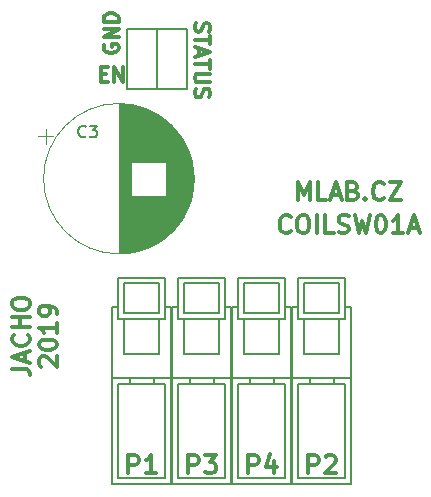
<source format=gbr>
G04 #@! TF.GenerationSoftware,KiCad,Pcbnew,(6.0.0-rc1-dev-1606-g4cd41e394)*
G04 #@! TF.CreationDate,2019-02-20T17:44:50+01:00
G04 #@! TF.ProjectId,COILSW01A,434f494c-5357-4303-9141-2e6b69636164,REV*
G04 #@! TF.SameCoordinates,Original*
G04 #@! TF.FileFunction,Legend,Top*
G04 #@! TF.FilePolarity,Positive*
%FSLAX46Y46*%
G04 Gerber Fmt 4.6, Leading zero omitted, Abs format (unit mm)*
G04 Created by KiCad (PCBNEW (6.0.0-rc1-dev-1606-g4cd41e394)) date 20.02.2019 17:44:50*
%MOMM*%
%LPD*%
G04 APERTURE LIST*
%ADD10C,0.300000*%
%ADD11C,0.120000*%
%ADD12C,0.150000*%
%ADD13C,0.304800*%
G04 APERTURE END LIST*
D10*
X17265952Y39212761D02*
X17205476Y39031333D01*
X17205476Y38728952D01*
X17265952Y38608000D01*
X17326428Y38547523D01*
X17447380Y38487047D01*
X17568333Y38487047D01*
X17689285Y38547523D01*
X17749761Y38608000D01*
X17810238Y38728952D01*
X17870714Y38970857D01*
X17931190Y39091809D01*
X17991666Y39152285D01*
X18112619Y39212761D01*
X18233571Y39212761D01*
X18354523Y39152285D01*
X18415000Y39091809D01*
X18475476Y38970857D01*
X18475476Y38668476D01*
X18415000Y38487047D01*
X18475476Y38124190D02*
X18475476Y37398476D01*
X17205476Y37761333D02*
X18475476Y37761333D01*
X17568333Y37035619D02*
X17568333Y36430857D01*
X17205476Y37156571D02*
X18475476Y36733238D01*
X17205476Y36309904D01*
X18475476Y36068000D02*
X18475476Y35342285D01*
X17205476Y35705142D02*
X18475476Y35705142D01*
X18475476Y34918952D02*
X17447380Y34918952D01*
X17326428Y34858476D01*
X17265952Y34798000D01*
X17205476Y34677047D01*
X17205476Y34435142D01*
X17265952Y34314190D01*
X17326428Y34253714D01*
X17447380Y34193238D01*
X18475476Y34193238D01*
X17265952Y33648952D02*
X17205476Y33467523D01*
X17205476Y33165142D01*
X17265952Y33044190D01*
X17326428Y32983714D01*
X17447380Y32923238D01*
X17568333Y32923238D01*
X17689285Y32983714D01*
X17749761Y33044190D01*
X17810238Y33165142D01*
X17870714Y33407047D01*
X17931190Y33528000D01*
X17991666Y33588476D01*
X18112619Y33648952D01*
X18233571Y33648952D01*
X18354523Y33588476D01*
X18415000Y33528000D01*
X18475476Y33407047D01*
X18475476Y33104666D01*
X18415000Y32923238D01*
X9525000Y37386380D02*
X9464523Y37265428D01*
X9464523Y37084000D01*
X9525000Y36902571D01*
X9645952Y36781619D01*
X9766904Y36721142D01*
X10008809Y36660666D01*
X10190238Y36660666D01*
X10432142Y36721142D01*
X10553095Y36781619D01*
X10674047Y36902571D01*
X10734523Y37084000D01*
X10734523Y37204952D01*
X10674047Y37386380D01*
X10613571Y37446857D01*
X10190238Y37446857D01*
X10190238Y37204952D01*
X10734523Y37991142D02*
X9464523Y37991142D01*
X10734523Y38716857D01*
X9464523Y38716857D01*
X10734523Y39321619D02*
X9464523Y39321619D01*
X9464523Y39624000D01*
X9525000Y39805428D01*
X9645952Y39926380D01*
X9766904Y39986857D01*
X10008809Y40047333D01*
X10190238Y40047333D01*
X10432142Y39986857D01*
X10553095Y39926380D01*
X10674047Y39805428D01*
X10734523Y39624000D01*
X10734523Y39321619D01*
X9222619Y34888714D02*
X9645952Y34888714D01*
X9827380Y34223476D02*
X9222619Y34223476D01*
X9222619Y35493476D01*
X9827380Y35493476D01*
X10371666Y34223476D02*
X10371666Y35493476D01*
X11097380Y34223476D01*
X11097380Y35493476D01*
X1718571Y9950000D02*
X2790000Y9950000D01*
X3004285Y9878571D01*
X3147142Y9735714D01*
X3218571Y9521428D01*
X3218571Y9378571D01*
X2790000Y10592857D02*
X2790000Y11307142D01*
X3218571Y10450000D02*
X1718571Y10950000D01*
X3218571Y11450000D01*
X3075714Y12807142D02*
X3147142Y12735714D01*
X3218571Y12521428D01*
X3218571Y12378571D01*
X3147142Y12164285D01*
X3004285Y12021428D01*
X2861428Y11950000D01*
X2575714Y11878571D01*
X2361428Y11878571D01*
X2075714Y11950000D01*
X1932857Y12021428D01*
X1790000Y12164285D01*
X1718571Y12378571D01*
X1718571Y12521428D01*
X1790000Y12735714D01*
X1861428Y12807142D01*
X3218571Y13450000D02*
X1718571Y13450000D01*
X2432857Y13450000D02*
X2432857Y14307142D01*
X3218571Y14307142D02*
X1718571Y14307142D01*
X1718571Y15307142D02*
X1718571Y15592857D01*
X1790000Y15735714D01*
X1932857Y15878571D01*
X2218571Y15950000D01*
X2718571Y15950000D01*
X3004285Y15878571D01*
X3147142Y15735714D01*
X3218571Y15592857D01*
X3218571Y15307142D01*
X3147142Y15164285D01*
X3004285Y15021428D01*
X2718571Y14950000D01*
X2218571Y14950000D01*
X1932857Y15021428D01*
X1790000Y15164285D01*
X1718571Y15307142D01*
X4147428Y10128571D02*
X4076000Y10200000D01*
X4004571Y10342857D01*
X4004571Y10700000D01*
X4076000Y10842857D01*
X4147428Y10914285D01*
X4290285Y10985714D01*
X4433142Y10985714D01*
X4647428Y10914285D01*
X5504571Y10057142D01*
X5504571Y10985714D01*
X4004571Y11914285D02*
X4004571Y12057142D01*
X4076000Y12200000D01*
X4147428Y12271428D01*
X4290285Y12342857D01*
X4576000Y12414285D01*
X4933142Y12414285D01*
X5218857Y12342857D01*
X5361714Y12271428D01*
X5433142Y12200000D01*
X5504571Y12057142D01*
X5504571Y11914285D01*
X5433142Y11771428D01*
X5361714Y11700000D01*
X5218857Y11628571D01*
X4933142Y11557142D01*
X4576000Y11557142D01*
X4290285Y11628571D01*
X4147428Y11700000D01*
X4076000Y11771428D01*
X4004571Y11914285D01*
X5504571Y13842857D02*
X5504571Y12985714D01*
X5504571Y13414285D02*
X4004571Y13414285D01*
X4218857Y13271428D01*
X4361714Y13128571D01*
X4433142Y12985714D01*
X5504571Y14557142D02*
X5504571Y14842857D01*
X5433142Y14985714D01*
X5361714Y15057142D01*
X5147428Y15200000D01*
X4861714Y15271428D01*
X4290285Y15271428D01*
X4147428Y15200000D01*
X4076000Y15128571D01*
X4004571Y14985714D01*
X4004571Y14700000D01*
X4076000Y14557142D01*
X4147428Y14485714D01*
X4290285Y14414285D01*
X4647428Y14414285D01*
X4790285Y14485714D01*
X4861714Y14557142D01*
X4933142Y14700000D01*
X4933142Y14985714D01*
X4861714Y15128571D01*
X4790285Y15200000D01*
X4647428Y15271428D01*
X25297428Y21562285D02*
X25226000Y21490857D01*
X25011714Y21419428D01*
X24868857Y21419428D01*
X24654571Y21490857D01*
X24511714Y21633714D01*
X24440285Y21776571D01*
X24368857Y22062285D01*
X24368857Y22276571D01*
X24440285Y22562285D01*
X24511714Y22705142D01*
X24654571Y22848000D01*
X24868857Y22919428D01*
X25011714Y22919428D01*
X25226000Y22848000D01*
X25297428Y22776571D01*
X26226000Y22919428D02*
X26511714Y22919428D01*
X26654571Y22848000D01*
X26797428Y22705142D01*
X26868857Y22419428D01*
X26868857Y21919428D01*
X26797428Y21633714D01*
X26654571Y21490857D01*
X26511714Y21419428D01*
X26226000Y21419428D01*
X26083142Y21490857D01*
X25940285Y21633714D01*
X25868857Y21919428D01*
X25868857Y22419428D01*
X25940285Y22705142D01*
X26083142Y22848000D01*
X26226000Y22919428D01*
X27511714Y21419428D02*
X27511714Y22919428D01*
X28940285Y21419428D02*
X28226000Y21419428D01*
X28226000Y22919428D01*
X29368857Y21490857D02*
X29583142Y21419428D01*
X29940285Y21419428D01*
X30083142Y21490857D01*
X30154571Y21562285D01*
X30226000Y21705142D01*
X30226000Y21848000D01*
X30154571Y21990857D01*
X30083142Y22062285D01*
X29940285Y22133714D01*
X29654571Y22205142D01*
X29511714Y22276571D01*
X29440285Y22348000D01*
X29368857Y22490857D01*
X29368857Y22633714D01*
X29440285Y22776571D01*
X29511714Y22848000D01*
X29654571Y22919428D01*
X30011714Y22919428D01*
X30226000Y22848000D01*
X30726000Y22919428D02*
X31083142Y21419428D01*
X31368857Y22490857D01*
X31654571Y21419428D01*
X32011714Y22919428D01*
X32868857Y22919428D02*
X33011714Y22919428D01*
X33154571Y22848000D01*
X33226000Y22776571D01*
X33297428Y22633714D01*
X33368857Y22348000D01*
X33368857Y21990857D01*
X33297428Y21705142D01*
X33226000Y21562285D01*
X33154571Y21490857D01*
X33011714Y21419428D01*
X32868857Y21419428D01*
X32726000Y21490857D01*
X32654571Y21562285D01*
X32583142Y21705142D01*
X32511714Y21990857D01*
X32511714Y22348000D01*
X32583142Y22633714D01*
X32654571Y22776571D01*
X32726000Y22848000D01*
X32868857Y22919428D01*
X34797428Y21419428D02*
X33940285Y21419428D01*
X34368857Y21419428D02*
X34368857Y22919428D01*
X34226000Y22705142D01*
X34083142Y22562285D01*
X33940285Y22490857D01*
X35368857Y21848000D02*
X36083142Y21848000D01*
X35226000Y21419428D02*
X35726000Y22919428D01*
X36226000Y21419428D01*
X25904571Y24213428D02*
X25904571Y25713428D01*
X26404571Y24642000D01*
X26904571Y25713428D01*
X26904571Y24213428D01*
X28333142Y24213428D02*
X27618857Y24213428D01*
X27618857Y25713428D01*
X28761714Y24642000D02*
X29476000Y24642000D01*
X28618857Y24213428D02*
X29118857Y25713428D01*
X29618857Y24213428D01*
X30618857Y24999142D02*
X30833142Y24927714D01*
X30904571Y24856285D01*
X30976000Y24713428D01*
X30976000Y24499142D01*
X30904571Y24356285D01*
X30833142Y24284857D01*
X30690285Y24213428D01*
X30118857Y24213428D01*
X30118857Y25713428D01*
X30618857Y25713428D01*
X30761714Y25642000D01*
X30833142Y25570571D01*
X30904571Y25427714D01*
X30904571Y25284857D01*
X30833142Y25142000D01*
X30761714Y25070571D01*
X30618857Y24999142D01*
X30118857Y24999142D01*
X31618857Y24356285D02*
X31690285Y24284857D01*
X31618857Y24213428D01*
X31547428Y24284857D01*
X31618857Y24356285D01*
X31618857Y24213428D01*
X33190285Y24356285D02*
X33118857Y24284857D01*
X32904571Y24213428D01*
X32761714Y24213428D01*
X32547428Y24284857D01*
X32404571Y24427714D01*
X32333142Y24570571D01*
X32261714Y24856285D01*
X32261714Y25070571D01*
X32333142Y25356285D01*
X32404571Y25499142D01*
X32547428Y25642000D01*
X32761714Y25713428D01*
X32904571Y25713428D01*
X33118857Y25642000D01*
X33190285Y25570571D01*
X33690285Y25713428D02*
X34690285Y25713428D01*
X33690285Y24213428D01*
X34690285Y24213428D01*
D11*
X17125000Y26035000D02*
G75*
G03X17125000Y26035000I-6370000J0D01*
G01*
X10755000Y32365000D02*
X10755000Y19705000D01*
X10795000Y32365000D02*
X10795000Y19705000D01*
X10835000Y32365000D02*
X10835000Y19705000D01*
X10875000Y32364000D02*
X10875000Y19706000D01*
X10915000Y32363000D02*
X10915000Y19707000D01*
X10955000Y32362000D02*
X10955000Y19708000D01*
X10995000Y32361000D02*
X10995000Y19709000D01*
X11035000Y32359000D02*
X11035000Y19711000D01*
X11075000Y32357000D02*
X11075000Y19713000D01*
X11115000Y32355000D02*
X11115000Y19715000D01*
X11155000Y32353000D02*
X11155000Y19717000D01*
X11195000Y32350000D02*
X11195000Y19720000D01*
X11235000Y32347000D02*
X11235000Y19723000D01*
X11275000Y32344000D02*
X11275000Y19726000D01*
X11315000Y32341000D02*
X11315000Y19729000D01*
X11355000Y32337000D02*
X11355000Y19733000D01*
X11395000Y32333000D02*
X11395000Y19737000D01*
X11435000Y32329000D02*
X11435000Y19741000D01*
X11476000Y32325000D02*
X11476000Y19745000D01*
X11516000Y32320000D02*
X11516000Y19750000D01*
X11556000Y32315000D02*
X11556000Y19755000D01*
X11596000Y32310000D02*
X11596000Y19760000D01*
X11636000Y32304000D02*
X11636000Y19766000D01*
X11676000Y32299000D02*
X11676000Y19771000D01*
X11716000Y32293000D02*
X11716000Y19777000D01*
X11756000Y32287000D02*
X11756000Y19783000D01*
X11796000Y32280000D02*
X11796000Y19790000D01*
X11836000Y32273000D02*
X11836000Y27475000D01*
X11836000Y24595000D02*
X11836000Y19797000D01*
X11876000Y32266000D02*
X11876000Y27475000D01*
X11876000Y24595000D02*
X11876000Y19804000D01*
X11916000Y32259000D02*
X11916000Y27475000D01*
X11916000Y24595000D02*
X11916000Y19811000D01*
X11956000Y32251000D02*
X11956000Y27475000D01*
X11956000Y24595000D02*
X11956000Y19819000D01*
X11996000Y32244000D02*
X11996000Y27475000D01*
X11996000Y24595000D02*
X11996000Y19826000D01*
X12036000Y32236000D02*
X12036000Y27475000D01*
X12036000Y24595000D02*
X12036000Y19834000D01*
X12076000Y32227000D02*
X12076000Y27475000D01*
X12076000Y24595000D02*
X12076000Y19843000D01*
X12116000Y32219000D02*
X12116000Y27475000D01*
X12116000Y24595000D02*
X12116000Y19851000D01*
X12156000Y32210000D02*
X12156000Y27475000D01*
X12156000Y24595000D02*
X12156000Y19860000D01*
X12196000Y32201000D02*
X12196000Y27475000D01*
X12196000Y24595000D02*
X12196000Y19869000D01*
X12236000Y32191000D02*
X12236000Y27475000D01*
X12236000Y24595000D02*
X12236000Y19879000D01*
X12276000Y32181000D02*
X12276000Y27475000D01*
X12276000Y24595000D02*
X12276000Y19889000D01*
X12316000Y32172000D02*
X12316000Y27475000D01*
X12316000Y24595000D02*
X12316000Y19898000D01*
X12356000Y32161000D02*
X12356000Y27475000D01*
X12356000Y24595000D02*
X12356000Y19909000D01*
X12396000Y32151000D02*
X12396000Y27475000D01*
X12396000Y24595000D02*
X12396000Y19919000D01*
X12436000Y32140000D02*
X12436000Y27475000D01*
X12436000Y24595000D02*
X12436000Y19930000D01*
X12476000Y32129000D02*
X12476000Y27475000D01*
X12476000Y24595000D02*
X12476000Y19941000D01*
X12516000Y32118000D02*
X12516000Y27475000D01*
X12516000Y24595000D02*
X12516000Y19952000D01*
X12556000Y32106000D02*
X12556000Y27475000D01*
X12556000Y24595000D02*
X12556000Y19964000D01*
X12596000Y32094000D02*
X12596000Y27475000D01*
X12596000Y24595000D02*
X12596000Y19976000D01*
X12636000Y32082000D02*
X12636000Y27475000D01*
X12636000Y24595000D02*
X12636000Y19988000D01*
X12676000Y32069000D02*
X12676000Y27475000D01*
X12676000Y24595000D02*
X12676000Y20001000D01*
X12716000Y32056000D02*
X12716000Y27475000D01*
X12716000Y24595000D02*
X12716000Y20014000D01*
X12756000Y32043000D02*
X12756000Y27475000D01*
X12756000Y24595000D02*
X12756000Y20027000D01*
X12796000Y32030000D02*
X12796000Y27475000D01*
X12796000Y24595000D02*
X12796000Y20040000D01*
X12836000Y32016000D02*
X12836000Y27475000D01*
X12836000Y24595000D02*
X12836000Y20054000D01*
X12876000Y32002000D02*
X12876000Y27475000D01*
X12876000Y24595000D02*
X12876000Y20068000D01*
X12916000Y31988000D02*
X12916000Y27475000D01*
X12916000Y24595000D02*
X12916000Y20082000D01*
X12956000Y31974000D02*
X12956000Y27475000D01*
X12956000Y24595000D02*
X12956000Y20096000D01*
X12996000Y31959000D02*
X12996000Y27475000D01*
X12996000Y24595000D02*
X12996000Y20111000D01*
X13036000Y31943000D02*
X13036000Y27475000D01*
X13036000Y24595000D02*
X13036000Y20127000D01*
X13076000Y31928000D02*
X13076000Y27475000D01*
X13076000Y24595000D02*
X13076000Y20142000D01*
X13116000Y31912000D02*
X13116000Y27475000D01*
X13116000Y24595000D02*
X13116000Y20158000D01*
X13156000Y31896000D02*
X13156000Y27475000D01*
X13156000Y24595000D02*
X13156000Y20174000D01*
X13196000Y31880000D02*
X13196000Y27475000D01*
X13196000Y24595000D02*
X13196000Y20190000D01*
X13236000Y31863000D02*
X13236000Y27475000D01*
X13236000Y24595000D02*
X13236000Y20207000D01*
X13276000Y31846000D02*
X13276000Y27475000D01*
X13276000Y24595000D02*
X13276000Y20224000D01*
X13316000Y31828000D02*
X13316000Y27475000D01*
X13316000Y24595000D02*
X13316000Y20242000D01*
X13356000Y31811000D02*
X13356000Y27475000D01*
X13356000Y24595000D02*
X13356000Y20259000D01*
X13396000Y31793000D02*
X13396000Y27475000D01*
X13396000Y24595000D02*
X13396000Y20277000D01*
X13436000Y31774000D02*
X13436000Y27475000D01*
X13436000Y24595000D02*
X13436000Y20296000D01*
X13476000Y31756000D02*
X13476000Y27475000D01*
X13476000Y24595000D02*
X13476000Y20314000D01*
X13516000Y31737000D02*
X13516000Y27475000D01*
X13516000Y24595000D02*
X13516000Y20333000D01*
X13556000Y31717000D02*
X13556000Y27475000D01*
X13556000Y24595000D02*
X13556000Y20353000D01*
X13596000Y31697000D02*
X13596000Y27475000D01*
X13596000Y24595000D02*
X13596000Y20373000D01*
X13636000Y31677000D02*
X13636000Y27475000D01*
X13636000Y24595000D02*
X13636000Y20393000D01*
X13676000Y31657000D02*
X13676000Y27475000D01*
X13676000Y24595000D02*
X13676000Y20413000D01*
X13716000Y31636000D02*
X13716000Y27475000D01*
X13716000Y24595000D02*
X13716000Y20434000D01*
X13756000Y31615000D02*
X13756000Y27475000D01*
X13756000Y24595000D02*
X13756000Y20455000D01*
X13796000Y31593000D02*
X13796000Y27475000D01*
X13796000Y24595000D02*
X13796000Y20477000D01*
X13836000Y31571000D02*
X13836000Y27475000D01*
X13836000Y24595000D02*
X13836000Y20499000D01*
X13876000Y31549000D02*
X13876000Y27475000D01*
X13876000Y24595000D02*
X13876000Y20521000D01*
X13916000Y31526000D02*
X13916000Y27475000D01*
X13916000Y24595000D02*
X13916000Y20544000D01*
X13956000Y31503000D02*
X13956000Y27475000D01*
X13956000Y24595000D02*
X13956000Y20567000D01*
X13996000Y31480000D02*
X13996000Y27475000D01*
X13996000Y24595000D02*
X13996000Y20590000D01*
X14036000Y31456000D02*
X14036000Y27475000D01*
X14036000Y24595000D02*
X14036000Y20614000D01*
X14076000Y31432000D02*
X14076000Y27475000D01*
X14076000Y24595000D02*
X14076000Y20638000D01*
X14116000Y31407000D02*
X14116000Y27475000D01*
X14116000Y24595000D02*
X14116000Y20663000D01*
X14156000Y31382000D02*
X14156000Y27475000D01*
X14156000Y24595000D02*
X14156000Y20688000D01*
X14196000Y31357000D02*
X14196000Y27475000D01*
X14196000Y24595000D02*
X14196000Y20713000D01*
X14236000Y31331000D02*
X14236000Y27475000D01*
X14236000Y24595000D02*
X14236000Y20739000D01*
X14276000Y31305000D02*
X14276000Y27475000D01*
X14276000Y24595000D02*
X14276000Y20765000D01*
X14316000Y31278000D02*
X14316000Y27475000D01*
X14316000Y24595000D02*
X14316000Y20792000D01*
X14356000Y31251000D02*
X14356000Y27475000D01*
X14356000Y24595000D02*
X14356000Y20819000D01*
X14396000Y31223000D02*
X14396000Y27475000D01*
X14396000Y24595000D02*
X14396000Y20847000D01*
X14436000Y31195000D02*
X14436000Y27475000D01*
X14436000Y24595000D02*
X14436000Y20875000D01*
X14476000Y31166000D02*
X14476000Y27475000D01*
X14476000Y24595000D02*
X14476000Y20904000D01*
X14516000Y31137000D02*
X14516000Y27475000D01*
X14516000Y24595000D02*
X14516000Y20933000D01*
X14556000Y31108000D02*
X14556000Y27475000D01*
X14556000Y24595000D02*
X14556000Y20962000D01*
X14596000Y31078000D02*
X14596000Y27475000D01*
X14596000Y24595000D02*
X14596000Y20992000D01*
X14636000Y31047000D02*
X14636000Y27475000D01*
X14636000Y24595000D02*
X14636000Y21023000D01*
X14676000Y31017000D02*
X14676000Y27475000D01*
X14676000Y24595000D02*
X14676000Y21053000D01*
X14716000Y30985000D02*
X14716000Y21085000D01*
X14756000Y30953000D02*
X14756000Y21117000D01*
X14796000Y30920000D02*
X14796000Y21150000D01*
X14836000Y30887000D02*
X14836000Y21183000D01*
X14876000Y30854000D02*
X14876000Y21216000D01*
X14916000Y30820000D02*
X14916000Y21250000D01*
X14956000Y30785000D02*
X14956000Y21285000D01*
X14996000Y30749000D02*
X14996000Y21321000D01*
X15036000Y30713000D02*
X15036000Y21357000D01*
X15076000Y30677000D02*
X15076000Y21393000D01*
X15116000Y30640000D02*
X15116000Y21430000D01*
X15156000Y30602000D02*
X15156000Y21468000D01*
X15196000Y30563000D02*
X15196000Y21507000D01*
X15236000Y30524000D02*
X15236000Y21546000D01*
X15276000Y30484000D02*
X15276000Y21586000D01*
X15316000Y30443000D02*
X15316000Y21627000D01*
X15356000Y30402000D02*
X15356000Y21668000D01*
X15396000Y30360000D02*
X15396000Y21710000D01*
X15436000Y30317000D02*
X15436000Y21753000D01*
X15476000Y30273000D02*
X15476000Y21797000D01*
X15516000Y30229000D02*
X15516000Y21841000D01*
X15556000Y30183000D02*
X15556000Y21887000D01*
X15596000Y30137000D02*
X15596000Y21933000D01*
X15636000Y30090000D02*
X15636000Y21980000D01*
X15676000Y30042000D02*
X15676000Y22028000D01*
X15716000Y29992000D02*
X15716000Y22078000D01*
X15756000Y29942000D02*
X15756000Y22128000D01*
X15796000Y29891000D02*
X15796000Y22179000D01*
X15836000Y29839000D02*
X15836000Y22231000D01*
X15876000Y29785000D02*
X15876000Y22285000D01*
X15916000Y29731000D02*
X15916000Y22339000D01*
X15956000Y29675000D02*
X15956000Y22395000D01*
X15996000Y29618000D02*
X15996000Y22452000D01*
X16036000Y29559000D02*
X16036000Y22511000D01*
X16076000Y29499000D02*
X16076000Y22571000D01*
X16116000Y29437000D02*
X16116000Y22633000D01*
X16156000Y29374000D02*
X16156000Y22696000D01*
X16196000Y29310000D02*
X16196000Y22760000D01*
X16236000Y29243000D02*
X16236000Y22827000D01*
X16276000Y29175000D02*
X16276000Y22895000D01*
X16316000Y29104000D02*
X16316000Y22966000D01*
X16356000Y29031000D02*
X16356000Y23039000D01*
X16396000Y28956000D02*
X16396000Y23114000D01*
X16436000Y28879000D02*
X16436000Y23191000D01*
X16476000Y28799000D02*
X16476000Y23271000D01*
X16516000Y28716000D02*
X16516000Y23354000D01*
X16556000Y28629000D02*
X16556000Y23441000D01*
X16596000Y28539000D02*
X16596000Y23531000D01*
X16636000Y28445000D02*
X16636000Y23625000D01*
X16676000Y28347000D02*
X16676000Y23723000D01*
X16716000Y28244000D02*
X16716000Y23826000D01*
X16756000Y28135000D02*
X16756000Y23935000D01*
X16796000Y28019000D02*
X16796000Y24051000D01*
X16836000Y27896000D02*
X16836000Y24174000D01*
X16876000Y27763000D02*
X16876000Y24307000D01*
X16916000Y27618000D02*
X16916000Y24452000D01*
X16956000Y27457000D02*
X16956000Y24613000D01*
X16996000Y27276000D02*
X16996000Y24794000D01*
X17036000Y27063000D02*
X17036000Y25007000D01*
X17076000Y26792000D02*
X17076000Y25278000D01*
X17116000Y26352000D02*
X17116000Y25718000D01*
X3937918Y29610000D02*
X5187918Y29610000D01*
X4562918Y30235000D02*
X4562918Y28985000D01*
D12*
X11430000Y33655000D02*
X11430000Y38735000D01*
X13970000Y33655000D02*
X11430000Y33655000D01*
X13970000Y38735000D02*
X13970000Y33655000D01*
X11430000Y38735000D02*
X13970000Y38735000D01*
X13970000Y38735000D02*
X16510000Y38735000D01*
X16510000Y38735000D02*
X16510000Y33655000D01*
X16510000Y33655000D02*
X13970000Y33655000D01*
X13970000Y33655000D02*
X13970000Y38735000D01*
X10200000Y160000D02*
X10200000Y9160000D01*
X15200000Y9160000D02*
X15200000Y160000D01*
X10200000Y9160000D02*
X10200000Y15160000D01*
X10700000Y659900D02*
X10700000Y8659900D01*
X11200000Y11160000D02*
X11200000Y14160000D01*
X15200000Y9160000D02*
X15200000Y15160000D01*
X14700000Y659900D02*
X14700000Y8659900D01*
X14200000Y11160000D02*
X14200000Y14160000D01*
X10700000Y14160000D02*
X10700000Y17661000D01*
X11200000Y14660100D02*
X11200000Y17160000D01*
X11700000Y8659900D02*
X11700000Y9160000D01*
X14700000Y14160000D02*
X14700000Y17660100D01*
X14200000Y14660100D02*
X14200000Y17160000D01*
X13700000Y8659900D02*
X13700000Y9160000D01*
X14700000Y659900D02*
X10700000Y659900D01*
X10700000Y8659900D02*
X14700000Y8659900D01*
X14200100Y11160000D02*
X11199900Y11160000D01*
X10700000Y14160000D02*
X14700000Y14160000D01*
X10700000Y17660100D02*
X14700000Y17660100D01*
X14201000Y14660100D02*
X11199000Y14660100D01*
X14201000Y17160000D02*
X11199000Y17160000D01*
X15200100Y160000D02*
X10199900Y160000D01*
X15200100Y9160000D02*
X10199900Y9160000D01*
X10700000Y15160000D02*
X10200000Y15160000D01*
X15200000Y15160000D02*
X14700000Y15160000D01*
X30440000Y15160000D02*
X29940000Y15160000D01*
X25940000Y15160000D02*
X25440000Y15160000D01*
X30440100Y9160000D02*
X25439900Y9160000D01*
X30440100Y160000D02*
X25439900Y160000D01*
X29441000Y17160000D02*
X26439000Y17160000D01*
X29441000Y14660100D02*
X26439000Y14660100D01*
X25940000Y17660100D02*
X29940000Y17660100D01*
X25940000Y14160000D02*
X29940000Y14160000D01*
X29440100Y11160000D02*
X26439900Y11160000D01*
X25940000Y8659900D02*
X29940000Y8659900D01*
X29940000Y659900D02*
X25940000Y659900D01*
X28940000Y8659900D02*
X28940000Y9160000D01*
X29440000Y14660100D02*
X29440000Y17160000D01*
X29940000Y14160000D02*
X29940000Y17660100D01*
X26940000Y8659900D02*
X26940000Y9160000D01*
X26440000Y14660100D02*
X26440000Y17160000D01*
X25940000Y14160000D02*
X25940000Y17661000D01*
X29440000Y11160000D02*
X29440000Y14160000D01*
X29940000Y659900D02*
X29940000Y8659900D01*
X30440000Y9160000D02*
X30440000Y15160000D01*
X26440000Y11160000D02*
X26440000Y14160000D01*
X25940000Y659900D02*
X25940000Y8659900D01*
X25440000Y9160000D02*
X25440000Y15160000D01*
X30440000Y9160000D02*
X30440000Y160000D01*
X25440000Y160000D02*
X25440000Y9160000D01*
X20280000Y15160000D02*
X19780000Y15160000D01*
X15780000Y15160000D02*
X15280000Y15160000D01*
X20280100Y9160000D02*
X15279900Y9160000D01*
X20280100Y160000D02*
X15279900Y160000D01*
X19281000Y17160000D02*
X16279000Y17160000D01*
X19281000Y14660100D02*
X16279000Y14660100D01*
X15780000Y17660100D02*
X19780000Y17660100D01*
X15780000Y14160000D02*
X19780000Y14160000D01*
X19280100Y11160000D02*
X16279900Y11160000D01*
X15780000Y8659900D02*
X19780000Y8659900D01*
X19780000Y659900D02*
X15780000Y659900D01*
X18780000Y8659900D02*
X18780000Y9160000D01*
X19280000Y14660100D02*
X19280000Y17160000D01*
X19780000Y14160000D02*
X19780000Y17660100D01*
X16780000Y8659900D02*
X16780000Y9160000D01*
X16280000Y14660100D02*
X16280000Y17160000D01*
X15780000Y14160000D02*
X15780000Y17661000D01*
X19280000Y11160000D02*
X19280000Y14160000D01*
X19780000Y659900D02*
X19780000Y8659900D01*
X20280000Y9160000D02*
X20280000Y15160000D01*
X16280000Y11160000D02*
X16280000Y14160000D01*
X15780000Y659900D02*
X15780000Y8659900D01*
X15280000Y9160000D02*
X15280000Y15160000D01*
X20280000Y9160000D02*
X20280000Y160000D01*
X15280000Y160000D02*
X15280000Y9160000D01*
X20360000Y160000D02*
X20360000Y9160000D01*
X25360000Y9160000D02*
X25360000Y160000D01*
X20360000Y9160000D02*
X20360000Y15160000D01*
X20860000Y659900D02*
X20860000Y8659900D01*
X21360000Y11160000D02*
X21360000Y14160000D01*
X25360000Y9160000D02*
X25360000Y15160000D01*
X24860000Y659900D02*
X24860000Y8659900D01*
X24360000Y11160000D02*
X24360000Y14160000D01*
X20860000Y14160000D02*
X20860000Y17661000D01*
X21360000Y14660100D02*
X21360000Y17160000D01*
X21860000Y8659900D02*
X21860000Y9160000D01*
X24860000Y14160000D02*
X24860000Y17660100D01*
X24360000Y14660100D02*
X24360000Y17160000D01*
X23860000Y8659900D02*
X23860000Y9160000D01*
X24860000Y659900D02*
X20860000Y659900D01*
X20860000Y8659900D02*
X24860000Y8659900D01*
X24360100Y11160000D02*
X21359900Y11160000D01*
X20860000Y14160000D02*
X24860000Y14160000D01*
X20860000Y17660100D02*
X24860000Y17660100D01*
X24361000Y14660100D02*
X21359000Y14660100D01*
X24361000Y17160000D02*
X21359000Y17160000D01*
X25360100Y160000D02*
X20359900Y160000D01*
X25360100Y9160000D02*
X20359900Y9160000D01*
X20860000Y15160000D02*
X20360000Y15160000D01*
X25360000Y15160000D02*
X24860000Y15160000D01*
X7961333Y29614857D02*
X7913714Y29567238D01*
X7770857Y29519619D01*
X7675619Y29519619D01*
X7532761Y29567238D01*
X7437523Y29662476D01*
X7389904Y29757714D01*
X7342285Y29948190D01*
X7342285Y30091047D01*
X7389904Y30281523D01*
X7437523Y30376761D01*
X7532761Y30472000D01*
X7675619Y30519619D01*
X7770857Y30519619D01*
X7913714Y30472000D01*
X7961333Y30424380D01*
X8294666Y30519619D02*
X8913714Y30519619D01*
X8580380Y30138666D01*
X8723238Y30138666D01*
X8818476Y30091047D01*
X8866095Y30043428D01*
X8913714Y29948190D01*
X8913714Y29710095D01*
X8866095Y29614857D01*
X8818476Y29567238D01*
X8723238Y29519619D01*
X8437523Y29519619D01*
X8342285Y29567238D01*
X8294666Y29614857D01*
D13*
X11575142Y1088571D02*
X11575142Y2612571D01*
X12155714Y2612571D01*
X12300857Y2540000D01*
X12373428Y2467428D01*
X12446000Y2322285D01*
X12446000Y2104571D01*
X12373428Y1959428D01*
X12300857Y1886857D01*
X12155714Y1814285D01*
X11575142Y1814285D01*
X13897428Y1088571D02*
X13026571Y1088571D01*
X13462000Y1088571D02*
X13462000Y2612571D01*
X13316857Y2394857D01*
X13171714Y2249714D01*
X13026571Y2177142D01*
X26815142Y1088571D02*
X26815142Y2612571D01*
X27395714Y2612571D01*
X27540857Y2540000D01*
X27613428Y2467428D01*
X27686000Y2322285D01*
X27686000Y2104571D01*
X27613428Y1959428D01*
X27540857Y1886857D01*
X27395714Y1814285D01*
X26815142Y1814285D01*
X28266571Y2467428D02*
X28339142Y2540000D01*
X28484285Y2612571D01*
X28847142Y2612571D01*
X28992285Y2540000D01*
X29064857Y2467428D01*
X29137428Y2322285D01*
X29137428Y2177142D01*
X29064857Y1959428D01*
X28194000Y1088571D01*
X29137428Y1088571D01*
X16655142Y1088571D02*
X16655142Y2612571D01*
X17235714Y2612571D01*
X17380857Y2540000D01*
X17453428Y2467428D01*
X17526000Y2322285D01*
X17526000Y2104571D01*
X17453428Y1959428D01*
X17380857Y1886857D01*
X17235714Y1814285D01*
X16655142Y1814285D01*
X18034000Y2612571D02*
X18977428Y2612571D01*
X18469428Y2032000D01*
X18687142Y2032000D01*
X18832285Y1959428D01*
X18904857Y1886857D01*
X18977428Y1741714D01*
X18977428Y1378857D01*
X18904857Y1233714D01*
X18832285Y1161142D01*
X18687142Y1088571D01*
X18251714Y1088571D01*
X18106571Y1161142D01*
X18034000Y1233714D01*
X21735142Y1088571D02*
X21735142Y2612571D01*
X22315714Y2612571D01*
X22460857Y2540000D01*
X22533428Y2467428D01*
X22606000Y2322285D01*
X22606000Y2104571D01*
X22533428Y1959428D01*
X22460857Y1886857D01*
X22315714Y1814285D01*
X21735142Y1814285D01*
X23912285Y2104571D02*
X23912285Y1088571D01*
X23549428Y2685142D02*
X23186571Y1596571D01*
X24130000Y1596571D01*
M02*

</source>
